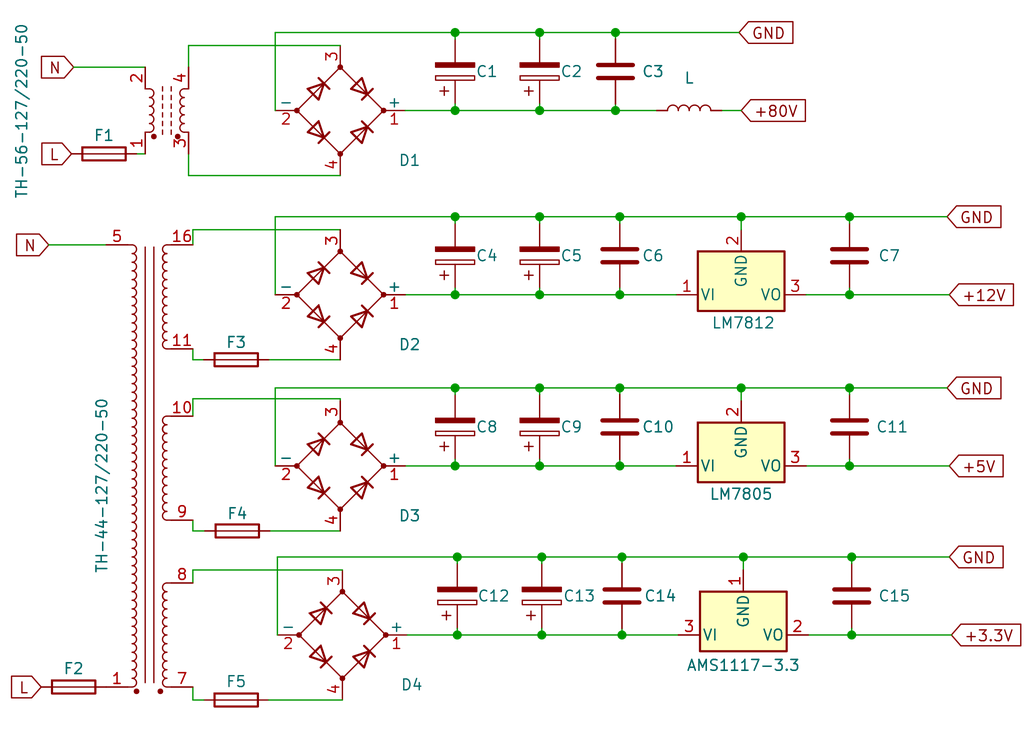
<source format=kicad_sch>
(kicad_sch (version 20211123) (generator eeschema)
  (paper "User" 120.015 86.0044)
  (lib_symbols
    (symbol "Device:C" (pin_numbers hide) (pin_names (offset 0.254))
      (property "Reference" "C" (at 0.635 2.54 0))
      (property "Value" "C" (at 0.635 -2.54 0))
      (symbol "C_0_1"
        (polyline (pts (xy -2.032 -0.762) (xy 2.032 -0.762)) (stroke (width 0.508)))
        (polyline (pts (xy -2.032 0.762) (xy 2.032 0.762)) (stroke (width 0.508)))
      )
      (symbol "C_1_1"
        (pin passive line (at 0 3.81 270) (length 2.794) (name "~") (number "1"))
        (pin passive line (at 0 -3.81 90) (length 2.794) (name "~") (number "2"))
      )
    )
    (symbol "Device:C_Polarized" (pin_numbers hide) (pin_names (offset 0.254))
      (property "Reference" "C" (at 0.635 2.54 0))
      (property "Value" "C_Polarized" (at 0.635 -2.54 0))
      (symbol "C_Polarized_0_1"
        (rectangle (start -2.286 0.508) (end 2.286 1.016))
        (polyline (pts (xy -1.778 2.286) (xy -0.762 2.286)))
        (polyline (pts (xy -1.27 2.794) (xy -1.27 1.778)))
        (rectangle (start 2.286 -0.508) (end -2.286 -1.016) (fill (type outline)))
      )
      (symbol "C_Polarized_1_1"
        (pin passive line (at 0 3.81 270) (length 2.794) (name "~") (number "1"))
        (pin passive line (at 0 -3.81 90) (length 2.794) (name "~") (number "2"))
      )
    )
    (symbol "Device:D_Bridge_+-AA" (pin_names (offset 0))
      (property "Reference" "D" (at 2.54 6.985 0))
      (property "Value" "D_Bridge_+-AA" (at 2.54 5.08 0))
      (symbol "D_Bridge_+-AA_0_1"
        (circle (center -5.08 0) (radius 0.254) (fill (type outline)))
        (circle (center 0 -5.08) (radius 0.254) (fill (type outline)))
        (polyline (pts (xy -2.54 3.81) (xy -1.27 2.54)) (stroke (width 0.254)))
        (polyline (pts (xy -1.27 -2.54) (xy -2.54 -3.81)) (stroke (width 0.254)))
        (polyline (pts (xy 2.54 -1.27) (xy 3.81 -2.54)) (stroke (width 0.254)))
        (polyline (pts (xy 2.54 1.27) (xy 3.81 2.54)) (stroke (width 0.254)))
        (polyline (pts (xy -3.81 2.54) (xy -2.54 1.27) (xy -1.905 3.175) (xy -3.81 2.54)) (stroke (width 0.254)))
        (polyline (pts (xy -2.54 -1.27) (xy -3.81 -2.54) (xy -1.905 -3.175) (xy -2.54 -1.27)) (stroke (width 0.254)))
        (polyline (pts (xy 1.27 2.54) (xy 2.54 3.81) (xy 3.175 1.905) (xy 1.27 2.54)) (stroke (width 0.254)))
        (polyline (pts (xy 3.175 -1.905) (xy 1.27 -2.54) (xy 2.54 -3.81) (xy 3.175 -1.905)) (stroke (width 0.254)))
        (polyline (pts (xy -5.08 0) (xy 0 -5.08) (xy 5.08 0) (xy 0 5.08) (xy -5.08 0)))
        (circle (center 0 5.08) (radius 0.254) (fill (type outline)))
        (circle (center 5.08 0) (radius 0.254) (fill (type outline)))
      )
      (symbol "D_Bridge_+-AA_1_1"
        (pin passive line (at 7.62 0 180) (length 2.54) (name "+") (number "1"))
        (pin passive line (at -7.62 0 0) (length 2.54) (name "-") (number "2"))
        (pin passive line (at 0 7.62 270) (length 2.54) (name "~") (number "3"))
        (pin passive line (at 0 -7.62 90) (length 2.54) (name "~") (number "4"))
      )
    )
    (symbol "Device:Fuse" (pin_numbers hide) (pin_names (offset 0))
      (property "Reference" "F" (at 2.032 0 90))
      (property "Value" "Fuse" (at -1.905 0 90))
      (symbol "Fuse_0_1"
        (rectangle (start -0.762 -2.54) (end 0.762 2.54) (stroke (width 0.254)))
        (polyline (pts (xy 0 2.54) (xy 0 -2.54)))
      )
      (symbol "Fuse_1_1"
        (pin passive line (at 0 3.81 270) (length 1.27) (name "~") (number "1"))
        (pin passive line (at 0 -3.81 90) (length 1.27) (name "~") (number "2"))
      )
    )
    (symbol "Device:L" (pin_numbers hide) (pin_names (offset 1.016) hide)
      (property "Reference" "L" (at -1.27 0 90))
      (property "Value" "L" (at 1.905 0 90))
      (symbol "L_0_1"
        (arc (start 0 -2.54) (mid 0.635 -1.905) (end 0 -1.27))
        (arc (start 0 -1.27) (mid 0.635 -0.635) (end 0 0))
        (arc (start 0 0) (mid 0.635 0.635) (end 0 1.27))
        (arc (start 0 1.27) (mid 0.635 1.905) (end 0 2.54))
      )
      (symbol "L_1_1"
        (pin passive line (at 0 3.81 270) (length 1.27) (name "1") (number "1"))
        (pin passive line (at 0 -3.81 90) (length 1.27) (name "2") (number "2"))
      )
    )
    (symbol "Device:L_Ferrite_Coupled_1324" (pin_names (offset 0.254) hide)
      (property "Value" "ТН-56-127/220-50" (at -6.35 11.43 0))
      (symbol "L_Ferrite_Coupled_1324_0_1"
        (circle (center -3.048 -1.27) (radius 0.254) (fill (type outline)))
        (circle (center -3.048 1.524) (radius 0.254) (fill (type outline)))
        (arc (start -2.54 2.032) (mid -2.032 1.524) (end -1.524 2.032))
        (arc (start -1.524 -2.032) (mid -2.032 -1.524) (end -2.54 -2.032))
        (arc (start -1.524 2.032) (mid -1.016 1.524) (end -0.508 2.032))
        (arc (start -0.508 -2.032) (mid -1.016 -1.524) (end -1.524 -2.032))
        (arc (start -0.508 2.032) (mid 0 1.524) (end 0.508 2.032))
        (polyline (pts (xy -2.794 -0.508) (xy -2.286 -0.508)))
        (polyline (pts (xy -2.794 0.508) (xy -2.286 0.508)))
        (polyline (pts (xy -2.54 -2.032) (xy -2.54 -2.54)))
        (polyline (pts (xy -2.54 2.032) (xy -2.54 2.54)))
        (polyline (pts (xy -1.778 -0.508) (xy -1.27 -0.508)))
        (polyline (pts (xy -1.778 0.508) (xy -1.27 0.508)))
        (polyline (pts (xy -0.762 -0.508) (xy -0.254 -0.508)))
        (polyline (pts (xy -0.762 0.508) (xy -0.254 0.508)))
        (polyline (pts (xy 0.254 -0.508) (xy 0.762 -0.508)))
        (polyline (pts (xy 0.254 0.508) (xy 0.762 0.508)))
        (polyline (pts (xy 1.27 -0.508) (xy 1.778 -0.508)))
        (polyline (pts (xy 1.27 0.508) (xy 1.778 0.508)))
        (polyline (pts (xy 2.286 -0.508) (xy 2.794 -0.508)))
        (polyline (pts (xy 2.286 0.508) (xy 2.794 0.508)))
        (polyline (pts (xy 2.54 -2.032) (xy 2.54 -2.54)))
        (polyline (pts (xy 2.54 2.54) (xy 2.54 2.032)))
        (arc (start 0.508 -2.032) (mid 0 -1.524) (end -0.508 -2.032))
        (arc (start 0.508 2.032) (mid 1.016 1.524) (end 1.524 2.032))
        (arc (start 1.524 -2.032) (mid 1.016 -1.524) (end 0.508 -2.032))
        (arc (start 1.524 2.032) (mid 2.032 1.524) (end 2.54 2.032))
        (arc (start 2.54 -2.032) (mid 2.032 -1.524) (end 1.524 -2.032))
      )
      (symbol "L_Ferrite_Coupled_1324_1_1"
        (pin passive line (at -5.08 2.54 0) (length 2.54) (name "1") (number "1"))
        (pin passive line (at 5.08 2.54 180) (length 2.54) (name "2") (number "2"))
        (pin passive line (at -5.08 -2.54 0) (length 2.54) (name "3") (number "3"))
        (pin passive line (at 5.08 -2.54 180) (length 2.54) (name "4") (number "4"))
      )
    )
    (symbol "Device:L_Iron_Coupled_1324" (pin_names (offset 0.254) hide)
      (property "Value" "ТН-44-127/220-50" (at -5.08 10.922 0))
      (symbol "L_Iron_Coupled_1324_0_1"
        (circle (center -3.048 -1.27) (radius 0.254) (fill (type outline)))
        (circle (center -3.048 1.524) (radius 0.254) (fill (type outline)))
        (arc (start -2.54 2.032) (mid -2.032 1.524) (end -1.524 2.032))
        (arc (start -1.524 -2.032) (mid -2.032 -1.524) (end -2.54 -2.032))
        (arc (start -1.524 2.032) (mid -1.016 1.524) (end -0.508 2.032))
        (arc (start -0.508 -2.032) (mid -1.016 -1.524) (end -1.524 -2.032))
        (arc (start -0.508 2.032) (mid 0 1.524) (end 0.508 2.032))
        (polyline (pts (xy -2.54 -2.032) (xy -2.54 -2.54)))
        (polyline (pts (xy -2.54 2.032) (xy -2.54 2.54)))
        (polyline (pts (xy -2.032 0.508) (xy 49.022 0.508)))
        (polyline (pts (xy 9.652 -2.032) (xy 9.652 -2.54)))
        (polyline (pts (xy 17.018 -2.032) (xy 17.018 -2.54)))
        (polyline (pts (xy 29.21 -2.032) (xy 29.21 -2.54)))
        (polyline (pts (xy 37.084 -2.032) (xy 37.084 -2.54)))
        (polyline (pts (xy 49.022 -0.508) (xy -2.032 -0.508)))
        (polyline (pts (xy 49.276 -2.032) (xy 49.276 -2.54)))
        (polyline (pts (xy 49.276 2.54) (xy 49.276 2.032)))
        (arc (start 0.508 -2.032) (mid 0 -1.524) (end -0.508 -2.032))
        (arc (start 0.508 2.032) (mid 1.016 1.524) (end 1.524 2.032))
        (arc (start 1.524 -2.032) (mid 1.016 -1.524) (end 0.508 -2.032))
        (arc (start 1.524 2.032) (mid 2.032 1.524) (end 2.54 2.032))
        (arc (start 2.54 -2.032) (mid 2.032 -1.524) (end 1.524 -2.032))
        (arc (start 2.54 2.032) (mid 3.048 1.524) (end 3.556 2.032))
        (arc (start 3.556 -2.032) (mid 3.048 -1.524) (end 2.54 -2.032))
        (arc (start 3.556 2.032) (mid 4.064 1.524) (end 4.572 2.032))
        (arc (start 4.572 -2.032) (mid 4.064 -1.524) (end 3.556 -2.032))
        (arc (start 4.572 2.032) (mid 5.08 1.524) (end 5.588 2.032))
        (arc (start 5.588 -2.032) (mid 5.08 -1.524) (end 4.572 -2.032))
        (arc (start 5.588 2.032) (mid 6.096 1.524) (end 6.604 2.032))
        (arc (start 6.604 -2.032) (mid 6.096 -1.524) (end 5.588 -2.032))
        (arc (start 6.604 2.032) (mid 7.112 1.524) (end 7.62 2.032))
        (arc (start 7.62 -2.032) (mid 7.112 -1.524) (end 6.604 -2.032))
        (arc (start 7.62 2.032) (mid 8.128 1.524) (end 8.636 2.032))
        (arc (start 8.636 -2.032) (mid 8.128 -1.524) (end 7.62 -2.032))
        (arc (start 8.636 -2.032) (mid 8.128 -1.524) (end 7.62 -2.032))
        (arc (start 8.636 2.032) (mid 9.144 1.524) (end 9.652 2.032))
        (arc (start 9.652 -2.032) (mid 9.144 -1.524) (end 8.636 -2.032))
        (arc (start 9.652 2.032) (mid 10.16 1.524) (end 10.668 2.032))
        (arc (start 10.668 2.032) (mid 11.176 1.524) (end 11.684 2.032))
        (arc (start 11.684 2.032) (mid 12.192 1.524) (end 12.7 2.032))
        (arc (start 12.7 2.032) (mid 13.208 1.524) (end 13.716 2.032))
        (arc (start 13.716 2.032) (mid 14.224 1.524) (end 14.732 2.032))
        (arc (start 14.732 2.032) (mid 15.24 1.524) (end 15.748 2.032))
        (arc (start 15.748 2.032) (mid 16.256 1.524) (end 16.764 2.032))
        (arc (start 16.764 2.032) (mid 17.272 1.524) (end 17.78 2.032))
        (arc (start 17.78 2.032) (mid 18.288 1.524) (end 18.796 2.032))
        (arc (start 18.034 -2.032) (mid 17.526 -1.524) (end 17.018 -2.032))
        (arc (start 18.796 2.032) (mid 19.304 1.524) (end 19.812 2.032))
        (arc (start 19.05 -2.032) (mid 18.542 -1.524) (end 18.034 -2.032))
        (arc (start 19.812 2.032) (mid 20.32 1.524) (end 20.828 2.032))
        (arc (start 20.066 -2.032) (mid 19.558 -1.524) (end 19.05 -2.032))
        (arc (start 20.828 2.032) (mid 21.336 1.524) (end 21.844 2.032))
        (arc (start 21.082 -2.032) (mid 20.574 -1.524) (end 20.066 -2.032))
        (arc (start 21.844 2.032) (mid 22.352 1.524) (end 22.86 2.032))
        (arc (start 22.098 -2.032) (mid 21.59 -1.524) (end 21.082 -2.032))
        (arc (start 22.86 2.032) (mid 23.368 1.524) (end 23.876 2.032))
        (arc (start 23.114 -2.032) (mid 22.606 -1.524) (end 22.098 -2.032))
        (arc (start 23.876 2.032) (mid 24.384 1.524) (end 24.892 2.032))
        (arc (start 24.13 -2.032) (mid 23.622 -1.524) (end 23.114 -2.032))
        (arc (start 24.892 2.032) (mid 25.4 1.524) (end 25.908 2.032))
        (arc (start 25.146 -2.032) (mid 24.638 -1.524) (end 24.13 -2.032))
        (arc (start 25.908 2.032) (mid 26.416 1.524) (end 26.924 2.032))
        (arc (start 26.162 -2.032) (mid 25.654 -1.524) (end 25.146 -2.032))
        (arc (start 26.924 2.032) (mid 27.432 1.524) (end 27.94 2.032))
        (arc (start 27.178 -2.032) (mid 26.67 -1.524) (end 26.162 -2.032))
        (arc (start 27.94 2.032) (mid 28.448 1.524) (end 28.956 2.032))
        (arc (start 28.194 -2.032) (mid 27.686 -1.524) (end 27.178 -2.032))
        (arc (start 28.194 -2.032) (mid 27.686 -1.524) (end 27.178 -2.032))
        (arc (start 28.956 2.032) (mid 29.464 1.524) (end 29.972 2.032))
        (arc (start 29.21 -2.032) (mid 28.702 -1.524) (end 28.194 -2.032))
        (arc (start 29.972 2.032) (mid 30.48 1.524) (end 30.988 2.032))
        (arc (start 30.988 2.032) (mid 31.496 1.524) (end 32.004 2.032))
        (arc (start 32.004 2.032) (mid 32.512 1.524) (end 33.02 2.032))
        (arc (start 33.02 2.032) (mid 33.528 1.524) (end 34.036 2.032))
        (arc (start 34.036 2.032) (mid 34.544 1.524) (end 35.052 2.032))
        (arc (start 35.052 2.032) (mid 35.56 1.524) (end 36.068 2.032))
        (arc (start 36.068 2.032) (mid 36.576 1.524) (end 37.084 2.032))
        (arc (start 37.084 2.032) (mid 37.592 1.524) (end 38.1 2.032))
        (arc (start 38.1 -2.032) (mid 37.592 -1.524) (end 37.084 -2.032))
        (arc (start 38.1 2.032) (mid 38.608 1.524) (end 39.116 2.032))
        (arc (start 39.116 -2.032) (mid 38.608 -1.524) (end 38.1 -2.032))
        (arc (start 39.116 2.032) (mid 39.624 1.524) (end 40.132 2.032))
        (arc (start 40.132 -2.032) (mid 39.624 -1.524) (end 39.116 -2.032))
        (arc (start 40.132 2.032) (mid 40.64 1.524) (end 41.148 2.032))
        (arc (start 41.148 -2.032) (mid 40.64 -1.524) (end 40.132 -2.032))
        (arc (start 41.148 2.032) (mid 41.656 1.524) (end 42.164 2.032))
        (arc (start 42.164 -2.032) (mid 41.656 -1.524) (end 41.148 -2.032))
        (arc (start 42.164 2.032) (mid 42.672 1.524) (end 43.18 2.032))
        (arc (start 43.18 -2.032) (mid 42.672 -1.524) (end 42.164 -2.032))
        (arc (start 43.18 2.032) (mid 43.688 1.524) (end 44.196 2.032))
        (arc (start 44.196 -2.032) (mid 43.688 -1.524) (end 43.18 -2.032))
        (arc (start 44.196 2.032) (mid 44.704 1.524) (end 45.212 2.032))
        (arc (start 45.212 -2.032) (mid 44.704 -1.524) (end 44.196 -2.032))
        (arc (start 45.212 2.032) (mid 45.72 1.524) (end 46.228 2.032))
        (arc (start 46.228 -2.032) (mid 45.72 -1.524) (end 45.212 -2.032))
        (arc (start 46.228 2.032) (mid 46.736 1.524) (end 47.244 2.032))
        (arc (start 47.244 -2.032) (mid 46.736 -1.524) (end 46.228 -2.032))
        (arc (start 47.244 2.032) (mid 47.752 1.524) (end 48.26 2.032))
        (arc (start 48.26 -2.032) (mid 47.752 -1.524) (end 47.244 -2.032))
        (arc (start 48.26 -2.032) (mid 47.752 -1.524) (end 47.244 -2.032))
        (arc (start 48.26 2.032) (mid 48.768 1.524) (end 49.276 2.032))
        (arc (start 49.276 -2.032) (mid 48.768 -1.524) (end 48.26 -2.032))
      )
      (symbol "L_Iron_Coupled_1324_1_1"
        (pin passive line (at -2.54 5.08 270) (length 2.54) (name "1") (number "1"))
        (pin passive line (at 29.21 -5.08 90) (length 2.54) (name "4") (number "10"))
        (pin passive line (at 37.084 -5.08 90) (length 2.54) (name "2") (number "11"))
        (pin passive line (at 49.276 -5.08 90) (length 2.54) (name "4") (number "16"))
        (pin passive line (at 49.276 5.08 270) (length 2.54) (name "3") (number "5"))
        (pin passive line (at -2.54 -5.08 90) (length 2.54) (name "2") (number "7"))
        (pin passive line (at 9.652 -5.08 90) (length 2.54) (name "4") (number "8"))
        (pin passive line (at 17.018 -5.08 90) (length 2.54) (name "2") (number "9"))
      )
    )
    (symbol "Regulator_Linear:AMS1117-3.3" (pin_names (offset 0.254))
      (property "Reference" "U" (at -3.81 3.175 0))
      (property "Value" "AMS1117-3.3" (at 0 3.175 0))
      (symbol "AMS1117-3.3_0_1"
        (rectangle (start -5.08 -5.08) (end 5.08 1.905) (stroke (width 0.254)) (fill (type background)))
      )
      (symbol "AMS1117-3.3_1_1"
        (pin power_in line (at 0 -7.62 90) (length 2.54) (name "GND") (number "1"))
        (pin power_out line (at 7.62 0 180) (length 2.54) (name "VO") (number "2"))
        (pin power_in line (at -7.62 0 0) (length 2.54) (name "VI") (number "3"))
      )
    )
    (symbol "Regulator_Linear:LM7805_TO220" (pin_names (offset 0.254))
      (property "Reference" "U" (at -3.81 3.175 0))
      (property "Value" "LM7805_TO220" (at 0 3.175 0))
      (symbol "LM7805_TO220_0_1"
        (rectangle (start -5.08 1.905) (end 5.08 -5.08) (stroke (width 0.254)) (fill (type background)))
      )
      (symbol "LM7805_TO220_1_1"
        (pin power_in line (at -7.62 0 0) (length 2.54) (name "VI") (number "1"))
        (pin power_in line (at 0 -7.62 90) (length 2.54) (name "GND") (number "2"))
        (pin power_out line (at 7.62 0 180) (length 2.54) (name "VO") (number "3"))
      )
    )
    (symbol "Regulator_Linear:LM7812_TO220" (pin_names (offset 0.254))
      (property "Reference" "U" (at -3.81 3.175 0))
      (property "Value" "LM7812_TO220" (at 0 3.175 0))
      (symbol "LM7812_TO220_0_1"
        (rectangle (start -5.08 1.905) (end 5.08 -5.08) (stroke (width 0.254)) (fill (type background)))
      )
      (symbol "LM7812_TO220_1_1"
        (pin power_in line (at -7.62 0 0) (length 2.54) (name "VI") (number "1"))
        (pin power_in line (at 0 -7.62 90) (length 2.54) (name "GND") (number "2"))
        (pin power_out line (at 7.62 0 180) (length 2.54) (name "VO") (number "3"))
      )
    )
  )
  (junction (at 63.246 34.544))
  (junction (at 72.644 54.61))
  (junction (at 72.136 12.954))
  (junction (at 72.898 74.422))
  (junction (at 99.822 74.422))
  (junction (at 53.34 45.466))
  (junction (at 63.5 74.422))
  (junction (at 53.594 74.422))
  (junction (at 99.568 25.4))
  (junction (at 53.34 34.544))
  (junction (at 53.34 3.81))
  (junction (at 86.868 25.4))
  (junction (at 72.136 3.81))
  (junction (at 53.34 54.61))
  (junction (at 99.568 54.61))
  (junction (at 63.246 25.4))
  (junction (at 63.246 12.954))
  (junction (at 63.246 54.61))
  (junction (at 63.246 45.466))
  (junction (at 99.822 65.278))
  (junction (at 99.568 34.544))
  (junction (at 53.34 25.4))
  (junction (at 87.122 65.278))
  (junction (at 72.644 45.466))
  (junction (at 63.5 65.278))
  (junction (at 72.644 34.544))
  (junction (at 72.898 65.278))
  (junction (at 86.868 45.466))
  (junction (at 63.246 3.81))
  (junction (at 72.644 25.4))
  (junction (at 99.568 45.466))
  (junction (at 53.34 12.954))
  (junction (at 53.594 65.278))
  (wire (pts (xy 53.34 34.544) (xy 47.498 34.544)))
  (wire (pts (xy 53.34 34.544) (xy 53.34 33.782)))
  (wire (pts (xy 63.246 4.572) (xy 63.246 3.81)))
  (wire (pts (xy 22.606 48.768) (xy 22.606 46.736)))
  (wire (pts (xy 72.644 54.61) (xy 63.246 54.61)))
  (wire (pts (xy 94.742 74.422) (xy 99.822 74.422)))
  (wire (pts (xy 94.488 54.61) (xy 99.568 54.61)))
  (wire (pts (xy 63.5 74.422) (xy 53.594 74.422)))
  (wire (pts (xy 53.594 65.278) (xy 63.5 65.278)))
  (wire (pts (xy 63.246 26.162) (xy 63.246 25.4)))
  (wire (pts (xy 22.098 5.334) (xy 39.878 5.334)))
  (wire (pts (xy 32.512 74.422) (xy 32.512 65.278)))
  (wire (pts (xy 87.122 65.278) (xy 99.822 65.278)))
  (wire (pts (xy 53.34 54.61) (xy 47.498 54.61)))
  (wire (pts (xy 87.122 66.802) (xy 87.122 65.278)))
  (wire (pts (xy 22.606 66.802) (xy 22.606 68.326)))
  (wire (pts (xy 63.246 46.228) (xy 63.246 45.466)))
  (wire (pts (xy 63.246 25.4) (xy 72.644 25.4)))
  (wire (pts (xy 72.644 54.61) (xy 72.644 53.848)))
  (wire (pts (xy 99.568 25.4) (xy 110.998 25.4)))
  (wire (pts (xy 53.34 12.954) (xy 53.34 12.192)))
  (wire (pts (xy 72.136 12.192) (xy 72.136 12.954)))
  (wire (pts (xy 53.594 66.04) (xy 53.594 65.278)))
  (wire (pts (xy 53.34 46.228) (xy 53.34 45.466)))
  (wire (pts (xy 72.644 34.544) (xy 63.246 34.544)))
  (wire (pts (xy 32.258 34.544) (xy 32.258 25.4)))
  (wire (pts (xy 53.594 74.422) (xy 47.752 74.422)))
  (wire (pts (xy 22.606 60.96) (xy 22.606 62.23)))
  (wire (pts (xy 31.496 42.164) (xy 39.878 42.164)))
  (wire (pts (xy 99.822 74.422) (xy 111.506 74.422)))
  (wire (pts (xy 99.568 26.162) (xy 99.568 25.4)))
  (wire (pts (xy 86.868 25.4) (xy 86.868 26.924)))
  (wire (pts (xy 63.246 34.544) (xy 63.246 33.782)))
  (wire (pts (xy 99.568 53.848) (xy 99.568 54.61)))
  (wire (pts (xy 72.898 74.422) (xy 63.5 74.422)))
  (wire (pts (xy 63.5 66.04) (xy 63.5 65.278)))
  (wire (pts (xy 63.246 12.954) (xy 63.246 12.192)))
  (wire (pts (xy 72.898 65.278) (xy 87.122 65.278)))
  (wire (pts (xy 22.606 62.23) (xy 24.003 62.23)))
  (wire (pts (xy 23.876 82.042) (xy 22.606 82.042)))
  (wire (pts (xy 72.644 26.162) (xy 72.644 25.4)))
  (wire (pts (xy 72.136 3.81) (xy 86.614 3.81)))
  (wire (pts (xy 53.34 12.954) (xy 47.498 12.954)))
  (wire (pts (xy 63.246 12.954) (xy 53.34 12.954)))
  (wire (pts (xy 99.568 33.782) (xy 99.568 34.544)))
  (wire (pts (xy 63.246 54.61) (xy 53.34 54.61)))
  (wire (pts (xy 99.568 54.61) (xy 111.252 54.61)))
  (wire (pts (xy 63.246 34.544) (xy 53.34 34.544)))
  (wire (pts (xy 99.822 73.66) (xy 99.822 74.422)))
  (wire (pts (xy 22.606 26.924) (xy 22.606 28.702)))
  (wire (pts (xy 72.136 4.572) (xy 72.136 3.81)))
  (wire (pts (xy 79.248 34.544) (xy 72.644 34.544)))
  (wire (pts (xy 53.34 54.61) (xy 53.34 53.848)))
  (wire (pts (xy 72.898 74.422) (xy 72.898 73.66)))
  (wire (pts (xy 72.136 12.954) (xy 63.246 12.954)))
  (wire (pts (xy 40.132 82.042) (xy 31.496 82.042)))
  (wire (pts (xy 22.606 46.736) (xy 39.878 46.736)))
  (wire (pts (xy 32.258 54.61) (xy 32.258 45.466)))
  (wire (pts (xy 79.502 74.422) (xy 72.898 74.422)))
  (wire (pts (xy 32.258 45.466) (xy 53.34 45.466)))
  (wire (pts (xy 53.34 4.572) (xy 53.34 3.81)))
  (wire (pts (xy 99.568 34.544) (xy 111.252 34.544)))
  (wire (pts (xy 63.5 74.422) (xy 63.5 73.66)))
  (wire (pts (xy 16.002 18.034) (xy 17.018 18.034)))
  (wire (pts (xy 86.868 46.99) (xy 86.868 45.466)))
  (wire (pts (xy 86.868 45.466) (xy 99.568 45.466)))
  (wire (pts (xy 84.582 12.954) (xy 86.868 12.954)))
  (wire (pts (xy 22.606 26.924) (xy 39.878 26.924)))
  (wire (pts (xy 8.636 7.874) (xy 17.018 7.874)))
  (wire (pts (xy 99.568 46.228) (xy 99.568 45.466)))
  (wire (pts (xy 32.258 12.954) (xy 32.258 3.81)))
  (wire (pts (xy 32.258 3.81) (xy 53.34 3.81)))
  (wire (pts (xy 63.246 45.466) (xy 72.644 45.466)))
  (wire (pts (xy 63.246 3.81) (xy 72.136 3.81)))
  (wire (pts (xy 72.898 66.04) (xy 72.898 65.278)))
  (wire (pts (xy 53.34 26.162) (xy 53.34 25.4)))
  (wire (pts (xy 53.34 45.466) (xy 63.246 45.466)))
  (wire (pts (xy 72.644 25.4) (xy 86.868 25.4)))
  (wire (pts (xy 31.623 62.23) (xy 39.878 62.23)))
  (wire (pts (xy 99.568 45.466) (xy 110.998 45.466)))
  (wire (pts (xy 94.488 34.544) (xy 99.568 34.544)))
  (wire (pts (xy 53.34 25.4) (xy 63.246 25.4)))
  (wire (pts (xy 22.606 82.042) (xy 22.606 80.518)))
  (wire (pts (xy 79.248 54.61) (xy 72.644 54.61)))
  (wire (pts (xy 53.594 74.422) (xy 53.594 73.66)))
  (wire (pts (xy 63.246 54.61) (xy 63.246 53.848)))
  (wire (pts (xy 22.606 40.894) (xy 22.606 42.164)))
  (wire (pts (xy 86.868 25.4) (xy 99.568 25.4)))
  (wire (pts (xy 22.606 66.802) (xy 40.132 66.802)))
  (wire (pts (xy 32.258 25.4) (xy 53.34 25.4)))
  (wire (pts (xy 72.644 46.228) (xy 72.644 45.466)))
  (wire (pts (xy 53.34 3.81) (xy 63.246 3.81)))
  (wire (pts (xy 22.606 42.164) (xy 23.876 42.164)))
  (wire (pts (xy 22.098 18.034) (xy 22.098 20.574)))
  (wire (pts (xy 72.644 34.544) (xy 72.644 33.782)))
  (wire (pts (xy 22.098 20.574) (xy 39.878 20.574)))
  (wire (pts (xy 32.512 65.278) (xy 53.594 65.278)))
  (wire (pts (xy 99.822 65.278) (xy 111.252 65.278)))
  (wire (pts (xy 72.644 45.466) (xy 86.868 45.466)))
  (wire (pts (xy 22.098 7.874) (xy 22.098 5.334)))
  (wire (pts (xy 5.715 28.702) (xy 12.446 28.702)))
  (wire (pts (xy 39.878 46.736) (xy 39.878 46.99)))
  (wire (pts (xy 63.5 65.278) (xy 72.898 65.278)))
  (wire (pts (xy 76.962 12.954) (xy 72.136 12.954)))
  (wire (pts (xy 99.822 66.04) (xy 99.822 65.278)))
  (global_label "+12V" (shape input) (at 111.252 34.544 0) (property "Обозначения листов" "${INTERSHEET_REFS}" (effects hide)))
  (global_label "GND" (shape input) (at 111.252 65.278 0) (property "Обозначения листов" "${INTERSHEET_REFS}" (effects hide)))
  (global_label "L" (shape input) (at 8.382 18.034 180) (property "Обозначения листов" "${INTERSHEET_REFS}" (effects hide)))
  (global_label "+80V" (shape input) (at 86.868 12.954 0) (property "Обозначения листов" "${INTERSHEET_REFS}" (effects hide)))
  (global_label "+5V" (shape input) (at 111.252 54.61 0) (property "Обозначения листов" "${INTERSHEET_REFS}" (effects hide)))
  (global_label "+3.3V" (shape input) (at 111.506 74.422 0) (property "Обозначения листов" "${INTERSHEET_REFS}" (effects hide)))
  (global_label "GND" (shape input) (at 110.998 25.4 0) (property "Обозначения листов" "${INTERSHEET_REFS}" (effects hide)))
  (global_label "N" (shape input) (at 5.715 28.702 180) (property "Обозначения листов" "${INTERSHEET_REFS}" (effects hide)))
  (global_label "L" (shape input) (at 4.826 80.518 180) (property "Обозначения листов" "${INTERSHEET_REFS}" (effects hide)))
  (global_label "GND" (shape input) (at 86.614 3.81 0) (property "Обозначения листов" "${INTERSHEET_REFS}" (effects hide)))
  (global_label "GND" (shape input) (at 110.998 45.466 0) (property "Обозначения листов" "${INTERSHEET_REFS}" (effects hide)))
  (global_label "N" (shape input) (at 8.636 7.874 180) (property "Обозначения листов" "${INTERSHEET_REFS}" (effects hide)))
  (symbol (lib_id "Device:D_Bridge_+-AA") (at 39.878 34.544 0) (unit 1)
    (property "Reference" "D?" (effects hide))
    (property "Value" "D2" (at 48.006 40.386 0))
  )
  (symbol (lib_id "Regulator_Linear:LM7805_TO220") (at 86.868 54.61 0) (mirror x) (unit 1)
    (property "Reference" "U?" (effects hide))
    (property "Value" "LM7805" (at 86.868 57.912 0))
    (property "Footprint" "Package_TO_SOT_THT:TO-220-3_Vertical" (effects hide))
    (property "Datasheet" "https://www.onsemi.cn/PowerSolutions/document/MC7800-D.PDF" (effects hide))
  )
  (symbol (lib_id "Device:C_Polarized") (at 63.5 69.85 0) (mirror x) (unit 1)
    (property "Reference" "C13" (at 69.85 69.85 0) (effects (justify right)))
    (property "Value" "C_Polarized" (effects hide))
  )
  (symbol (lib_id "Device:C_Polarized") (at 63.246 8.382 0) (mirror x) (unit 1)
    (property "Reference" "C2" (at 68.326 8.382 0) (effects (justify right)))
    (property "Value" "C_Polarized" (effects hide))
  )
  (symbol (lib_id "Device:L") (at 80.772 12.954 90) (unit 1)
    (property "Reference" "L?" (effects hide))
    (property "Value" "L" (at 80.772 9.144 90))
  )
  (symbol (lib_id "Device:C") (at 99.568 50.038 0) (unit 1)
    (property "Reference" "C11" (at 102.616 50.0379 0) (effects (justify left)))
    (property "Value" "C" (effects hide))
  )
  (symbol (lib_id "Device:Fuse") (at 27.813 62.23 270) (unit 1)
    (property "Reference" "F4" (at 27.813 60.198 90))
    (property "Value" "Fuse" (effects hide))
  )
  (symbol (lib_id "Device:C_Polarized") (at 63.246 29.972 0) (mirror x) (unit 1)
    (property "Reference" "C5" (at 68.326 29.972 0) (effects (justify right)))
    (property "Value" "C_Polarized" (effects hide))
  )
  (symbol (lib_id "Device:L_Iron_Coupled_1324") (at 17.526 77.978 90) (unit 1)
    (property "Reference" "L?" (effects hide))
    (property "Value" "ТН-44-127/220-50" (at 11.938 56.896 0))
  )
  (symbol (lib_id "Device:C") (at 72.898 69.85 0) (unit 1)
    (property "Reference" "C14" (at 75.438 69.85 0) (effects (justify left)))
    (property "Value" "C" (effects hide))
  )
  (symbol (lib_id "Device:C_Polarized") (at 53.34 8.382 0) (mirror x) (unit 1)
    (property "Reference" "C1" (at 58.42 8.382 0) (effects (justify right)))
    (property "Value" "C_Polarized" (effects hide))
  )
  (symbol (lib_id "Regulator_Linear:LM7812_TO220") (at 86.868 34.544 0) (mirror x) (unit 1)
    (property "Reference" "U?" (effects hide))
    (property "Value" "LM7812" (at 87.122 37.846 0))
    (property "Footprint" "Package_TO_SOT_THT:TO-220-3_Vertical" (effects hide))
    (property "Datasheet" "https://www.onsemi.cn/PowerSolutions/document/MC7800-D.PDF" (effects hide))
  )
  (symbol (lib_id "Device:D_Bridge_+-AA") (at 39.878 54.61 0) (unit 1)
    (property "Reference" "D?" (effects hide))
    (property "Value" "D3" (at 48.006 60.452 0))
  )
  (symbol (lib_id "Device:C_Polarized") (at 53.34 29.972 0) (mirror x) (unit 1)
    (property "Reference" "C4" (at 58.42 29.972 0) (effects (justify right)))
    (property "Value" "C_Polarized" (effects hide))
  )
  (symbol (lib_id "Device:C") (at 72.644 29.972 0) (unit 1)
    (property "Reference" "C6" (at 75.184 29.972 0) (effects (justify left)))
    (property "Value" "C" (effects hide))
  )
  (symbol (lib_id "Device:C") (at 99.822 69.85 0) (unit 1)
    (property "Reference" "C15" (at 102.87 69.8499 0) (effects (justify left)))
    (property "Value" "C" (effects hide))
  )
  (symbol (lib_id "Device:C_Polarized") (at 53.594 69.85 0) (mirror x) (unit 1)
    (property "Reference" "C12" (at 59.817 69.85 0) (effects (justify right)))
    (property "Value" "C_Polarized" (effects hide))
  )
  (symbol (lib_id "Device:C") (at 72.644 50.038 0) (unit 1)
    (property "Reference" "C10" (at 75.184 50.038 0) (effects (justify left)))
    (property "Value" "C" (effects hide))
  )
  (symbol (lib_id "Device:C_Polarized") (at 63.246 50.038 0) (mirror x) (unit 1)
    (property "Reference" "C9" (at 68.326 50.038 0) (effects (justify right)))
    (property "Value" "C_Polarized" (effects hide))
  )
  (symbol (lib_id "Regulator_Linear:AMS1117-3.3") (at 87.122 74.422 0) (mirror x) (unit 1)
    (property "Reference" "U?" (effects hide))
    (property "Value" "AMS1117-3.3" (at 87.122 77.978 0))
    (property "Footprint" "Package_TO_SOT_SMD:SOT-223-3_TabPin2" (effects hide))
    (property "Datasheet" "http://www.advanced-monolithic.com/pdf/ds1117.pdf" (effects hide))
  )
  (symbol (lib_id "Device:L_Ferrite_Coupled_1324") (at 19.558 12.954 90) (unit 1)
    (property "Reference" "L?" (effects hide))
    (property "Value" "ТН-56-127/220-50" (at 2.54 2.667 0) (effects (justify right)))
  )
  (symbol (lib_id "Device:Fuse") (at 27.686 42.164 270) (unit 1)
    (property "Reference" "F3" (at 27.686 40.132 90))
    (property "Value" "Fuse" (effects hide))
  )
  (symbol (lib_id "Device:C") (at 99.568 29.972 0) (unit 1)
    (property "Reference" "C7" (at 102.87 29.9719 0) (effects (justify left)))
    (property "Value" "C" (effects hide))
  )
  (symbol (lib_id "Device:Fuse") (at 8.636 80.518 270) (unit 1)
    (property "Reference" "F2" (at 8.636 78.359 90))
    (property "Value" "Fuse" (effects hide))
  )
  (symbol (lib_id "Device:Fuse") (at 27.686 82.042 270) (unit 1)
    (property "Reference" "F5" (at 27.686 79.883 90))
    (property "Value" "Fuse" (effects hide))
  )
  (symbol (lib_id "Device:Fuse") (at 12.192 18.034 270) (unit 1)
    (property "Reference" "F1" (at 12.192 15.875 90))
    (property "Value" "Fuse" (effects hide))
  )
  (symbol (lib_id "Device:D_Bridge_+-AA") (at 40.132 74.422 0) (unit 1)
    (property "Reference" "D?" (effects hide))
    (property "Value" "D4" (at 48.26 80.264 0))
  )
  (symbol (lib_id "Device:C_Polarized") (at 53.34 50.038 0) (mirror x) (unit 1)
    (property "Reference" "C8" (at 58.42 50.038 0) (effects (justify right)))
    (property "Value" "C_Polarized" (effects hide))
  )
  (symbol (lib_id "Device:C") (at 72.136 8.382 0) (unit 1)
    (property "Reference" "C3" (at 75.184 8.3819 0) (effects (justify left)))
    (property "Value" "C" (effects hide))
  )
  (symbol (lib_id "Device:D_Bridge_+-AA") (at 39.878 12.954 0) (unit 1)
    (property "Reference" "D?" (effects hide))
    (property "Value" "D1" (at 48.006 18.796 0))
  )
)
</source>
